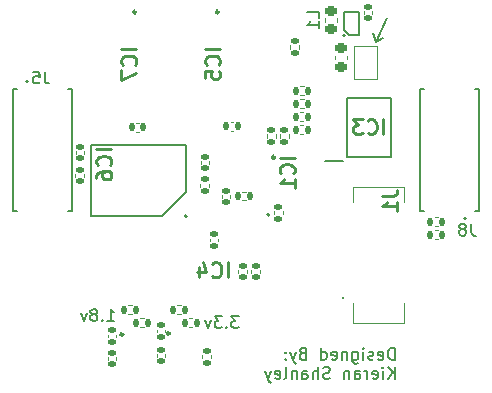
<source format=gbo>
%TF.GenerationSoftware,KiCad,Pcbnew,7.0.2*%
%TF.CreationDate,2023-07-30T21:57:21-04:00*%
%TF.ProjectId,OBC-Flight,4f42432d-466c-4696-9768-742e6b696361,rev?*%
%TF.SameCoordinates,Original*%
%TF.FileFunction,Legend,Bot*%
%TF.FilePolarity,Positive*%
%FSLAX46Y46*%
G04 Gerber Fmt 4.6, Leading zero omitted, Abs format (unit mm)*
G04 Created by KiCad (PCBNEW 7.0.2) date 2023-07-30 21:57:21*
%MOMM*%
%LPD*%
G01*
G04 APERTURE LIST*
G04 Aperture macros list*
%AMRoundRect*
0 Rectangle with rounded corners*
0 $1 Rounding radius*
0 $2 $3 $4 $5 $6 $7 $8 $9 X,Y pos of 4 corners*
0 Add a 4 corners polygon primitive as box body*
4,1,4,$2,$3,$4,$5,$6,$7,$8,$9,$2,$3,0*
0 Add four circle primitives for the rounded corners*
1,1,$1+$1,$2,$3*
1,1,$1+$1,$4,$5*
1,1,$1+$1,$6,$7*
1,1,$1+$1,$8,$9*
0 Add four rect primitives between the rounded corners*
20,1,$1+$1,$2,$3,$4,$5,0*
20,1,$1+$1,$4,$5,$6,$7,0*
20,1,$1+$1,$6,$7,$8,$9,0*
20,1,$1+$1,$8,$9,$2,$3,0*%
G04 Aperture macros list end*
%ADD10C,0.150000*%
%ADD11C,0.254000*%
%ADD12C,0.120000*%
%ADD13C,0.200000*%
%ADD14C,0.250000*%
%ADD15C,0.100000*%
%ADD16R,1.000000X1.000000*%
%ADD17O,1.000000X1.000000*%
%ADD18C,0.650000*%
%ADD19O,1.000000X2.100000*%
%ADD20O,1.000000X1.800000*%
%ADD21RoundRect,0.135000X-0.185000X0.135000X-0.185000X-0.135000X0.185000X-0.135000X0.185000X0.135000X0*%
%ADD22C,0.370000*%
%ADD23RoundRect,0.140000X-0.170000X0.140000X-0.170000X-0.140000X0.170000X-0.140000X0.170000X0.140000X0*%
%ADD24RoundRect,0.135000X-0.135000X-0.185000X0.135000X-0.185000X0.135000X0.185000X-0.135000X0.185000X0*%
%ADD25RoundRect,0.135000X0.135000X0.185000X-0.135000X0.185000X-0.135000X-0.185000X0.135000X-0.185000X0*%
%ADD26RoundRect,0.140000X0.170000X-0.140000X0.170000X0.140000X-0.170000X0.140000X-0.170000X-0.140000X0*%
%ADD27R,0.450000X0.950000*%
%ADD28R,4.350000X3.450000*%
%ADD29RoundRect,0.140000X-0.140000X-0.170000X0.140000X-0.170000X0.140000X0.170000X-0.140000X0.170000X0*%
%ADD30C,0.204000*%
%ADD31RoundRect,0.225000X-0.250000X0.225000X-0.250000X-0.225000X0.250000X-0.225000X0.250000X0.225000X0*%
%ADD32RoundRect,0.218750X0.256250X-0.218750X0.256250X0.218750X-0.256250X0.218750X-0.256250X-0.218750X0*%
%ADD33RoundRect,0.135000X0.185000X-0.135000X0.185000X0.135000X-0.185000X0.135000X-0.185000X-0.135000X0*%
%ADD34R,1.087400X1.087400*%
%ADD35C,1.087400*%
%ADD36R,0.930000X0.230000*%
%ADD37R,0.750000X0.200000*%
%ADD38R,0.200000X0.750000*%
%ADD39R,1.590000X1.750000*%
%ADD40R,0.600000X0.350000*%
%ADD41R,1.100000X1.700000*%
%ADD42RoundRect,0.140000X0.140000X0.170000X-0.140000X0.170000X-0.140000X-0.170000X0.140000X-0.170000X0*%
%ADD43R,0.350000X0.600000*%
%ADD44R,1.700000X1.100000*%
%ADD45R,1.500000X1.000000*%
%ADD46R,1.475000X0.450000*%
G04 APERTURE END LIST*
D10*
X59200000Y-27100000D02*
X59800000Y-26700000D01*
X60100000Y-25000000D02*
X59200000Y-27100000D01*
X58900000Y-26300000D02*
X59200000Y-27100000D01*
X47557142Y-50277619D02*
X46938095Y-50277619D01*
X46938095Y-50277619D02*
X47271428Y-50658571D01*
X47271428Y-50658571D02*
X47128571Y-50658571D01*
X47128571Y-50658571D02*
X47033333Y-50706190D01*
X47033333Y-50706190D02*
X46985714Y-50753809D01*
X46985714Y-50753809D02*
X46938095Y-50849047D01*
X46938095Y-50849047D02*
X46938095Y-51087142D01*
X46938095Y-51087142D02*
X46985714Y-51182380D01*
X46985714Y-51182380D02*
X47033333Y-51230000D01*
X47033333Y-51230000D02*
X47128571Y-51277619D01*
X47128571Y-51277619D02*
X47414285Y-51277619D01*
X47414285Y-51277619D02*
X47509523Y-51230000D01*
X47509523Y-51230000D02*
X47557142Y-51182380D01*
X46509523Y-51182380D02*
X46461904Y-51230000D01*
X46461904Y-51230000D02*
X46509523Y-51277619D01*
X46509523Y-51277619D02*
X46557142Y-51230000D01*
X46557142Y-51230000D02*
X46509523Y-51182380D01*
X46509523Y-51182380D02*
X46509523Y-51277619D01*
X46128571Y-50277619D02*
X45509524Y-50277619D01*
X45509524Y-50277619D02*
X45842857Y-50658571D01*
X45842857Y-50658571D02*
X45700000Y-50658571D01*
X45700000Y-50658571D02*
X45604762Y-50706190D01*
X45604762Y-50706190D02*
X45557143Y-50753809D01*
X45557143Y-50753809D02*
X45509524Y-50849047D01*
X45509524Y-50849047D02*
X45509524Y-51087142D01*
X45509524Y-51087142D02*
X45557143Y-51182380D01*
X45557143Y-51182380D02*
X45604762Y-51230000D01*
X45604762Y-51230000D02*
X45700000Y-51277619D01*
X45700000Y-51277619D02*
X45985714Y-51277619D01*
X45985714Y-51277619D02*
X46080952Y-51230000D01*
X46080952Y-51230000D02*
X46128571Y-51182380D01*
X45176190Y-50610952D02*
X44938095Y-51277619D01*
X44938095Y-51277619D02*
X44700000Y-50610952D01*
X36438095Y-50677619D02*
X37009523Y-50677619D01*
X36723809Y-50677619D02*
X36723809Y-49677619D01*
X36723809Y-49677619D02*
X36819047Y-49820476D01*
X36819047Y-49820476D02*
X36914285Y-49915714D01*
X36914285Y-49915714D02*
X37009523Y-49963333D01*
X36009523Y-50582380D02*
X35961904Y-50630000D01*
X35961904Y-50630000D02*
X36009523Y-50677619D01*
X36009523Y-50677619D02*
X36057142Y-50630000D01*
X36057142Y-50630000D02*
X36009523Y-50582380D01*
X36009523Y-50582380D02*
X36009523Y-50677619D01*
X35390476Y-50106190D02*
X35485714Y-50058571D01*
X35485714Y-50058571D02*
X35533333Y-50010952D01*
X35533333Y-50010952D02*
X35580952Y-49915714D01*
X35580952Y-49915714D02*
X35580952Y-49868095D01*
X35580952Y-49868095D02*
X35533333Y-49772857D01*
X35533333Y-49772857D02*
X35485714Y-49725238D01*
X35485714Y-49725238D02*
X35390476Y-49677619D01*
X35390476Y-49677619D02*
X35200000Y-49677619D01*
X35200000Y-49677619D02*
X35104762Y-49725238D01*
X35104762Y-49725238D02*
X35057143Y-49772857D01*
X35057143Y-49772857D02*
X35009524Y-49868095D01*
X35009524Y-49868095D02*
X35009524Y-49915714D01*
X35009524Y-49915714D02*
X35057143Y-50010952D01*
X35057143Y-50010952D02*
X35104762Y-50058571D01*
X35104762Y-50058571D02*
X35200000Y-50106190D01*
X35200000Y-50106190D02*
X35390476Y-50106190D01*
X35390476Y-50106190D02*
X35485714Y-50153809D01*
X35485714Y-50153809D02*
X35533333Y-50201428D01*
X35533333Y-50201428D02*
X35580952Y-50296666D01*
X35580952Y-50296666D02*
X35580952Y-50487142D01*
X35580952Y-50487142D02*
X35533333Y-50582380D01*
X35533333Y-50582380D02*
X35485714Y-50630000D01*
X35485714Y-50630000D02*
X35390476Y-50677619D01*
X35390476Y-50677619D02*
X35200000Y-50677619D01*
X35200000Y-50677619D02*
X35104762Y-50630000D01*
X35104762Y-50630000D02*
X35057143Y-50582380D01*
X35057143Y-50582380D02*
X35009524Y-50487142D01*
X35009524Y-50487142D02*
X35009524Y-50296666D01*
X35009524Y-50296666D02*
X35057143Y-50201428D01*
X35057143Y-50201428D02*
X35104762Y-50153809D01*
X35104762Y-50153809D02*
X35200000Y-50106190D01*
X34676190Y-50010952D02*
X34438095Y-50677619D01*
X34438095Y-50677619D02*
X34200000Y-50010952D01*
X60761904Y-53957619D02*
X60761904Y-52957619D01*
X60761904Y-52957619D02*
X60523809Y-52957619D01*
X60523809Y-52957619D02*
X60380952Y-53005238D01*
X60380952Y-53005238D02*
X60285714Y-53100476D01*
X60285714Y-53100476D02*
X60238095Y-53195714D01*
X60238095Y-53195714D02*
X60190476Y-53386190D01*
X60190476Y-53386190D02*
X60190476Y-53529047D01*
X60190476Y-53529047D02*
X60238095Y-53719523D01*
X60238095Y-53719523D02*
X60285714Y-53814761D01*
X60285714Y-53814761D02*
X60380952Y-53910000D01*
X60380952Y-53910000D02*
X60523809Y-53957619D01*
X60523809Y-53957619D02*
X60761904Y-53957619D01*
X59380952Y-53910000D02*
X59476190Y-53957619D01*
X59476190Y-53957619D02*
X59666666Y-53957619D01*
X59666666Y-53957619D02*
X59761904Y-53910000D01*
X59761904Y-53910000D02*
X59809523Y-53814761D01*
X59809523Y-53814761D02*
X59809523Y-53433809D01*
X59809523Y-53433809D02*
X59761904Y-53338571D01*
X59761904Y-53338571D02*
X59666666Y-53290952D01*
X59666666Y-53290952D02*
X59476190Y-53290952D01*
X59476190Y-53290952D02*
X59380952Y-53338571D01*
X59380952Y-53338571D02*
X59333333Y-53433809D01*
X59333333Y-53433809D02*
X59333333Y-53529047D01*
X59333333Y-53529047D02*
X59809523Y-53624285D01*
X58952380Y-53910000D02*
X58857142Y-53957619D01*
X58857142Y-53957619D02*
X58666666Y-53957619D01*
X58666666Y-53957619D02*
X58571428Y-53910000D01*
X58571428Y-53910000D02*
X58523809Y-53814761D01*
X58523809Y-53814761D02*
X58523809Y-53767142D01*
X58523809Y-53767142D02*
X58571428Y-53671904D01*
X58571428Y-53671904D02*
X58666666Y-53624285D01*
X58666666Y-53624285D02*
X58809523Y-53624285D01*
X58809523Y-53624285D02*
X58904761Y-53576666D01*
X58904761Y-53576666D02*
X58952380Y-53481428D01*
X58952380Y-53481428D02*
X58952380Y-53433809D01*
X58952380Y-53433809D02*
X58904761Y-53338571D01*
X58904761Y-53338571D02*
X58809523Y-53290952D01*
X58809523Y-53290952D02*
X58666666Y-53290952D01*
X58666666Y-53290952D02*
X58571428Y-53338571D01*
X58095237Y-53957619D02*
X58095237Y-53290952D01*
X58095237Y-52957619D02*
X58142856Y-53005238D01*
X58142856Y-53005238D02*
X58095237Y-53052857D01*
X58095237Y-53052857D02*
X58047618Y-53005238D01*
X58047618Y-53005238D02*
X58095237Y-52957619D01*
X58095237Y-52957619D02*
X58095237Y-53052857D01*
X57190476Y-53290952D02*
X57190476Y-54100476D01*
X57190476Y-54100476D02*
X57238095Y-54195714D01*
X57238095Y-54195714D02*
X57285714Y-54243333D01*
X57285714Y-54243333D02*
X57380952Y-54290952D01*
X57380952Y-54290952D02*
X57523809Y-54290952D01*
X57523809Y-54290952D02*
X57619047Y-54243333D01*
X57190476Y-53910000D02*
X57285714Y-53957619D01*
X57285714Y-53957619D02*
X57476190Y-53957619D01*
X57476190Y-53957619D02*
X57571428Y-53910000D01*
X57571428Y-53910000D02*
X57619047Y-53862380D01*
X57619047Y-53862380D02*
X57666666Y-53767142D01*
X57666666Y-53767142D02*
X57666666Y-53481428D01*
X57666666Y-53481428D02*
X57619047Y-53386190D01*
X57619047Y-53386190D02*
X57571428Y-53338571D01*
X57571428Y-53338571D02*
X57476190Y-53290952D01*
X57476190Y-53290952D02*
X57285714Y-53290952D01*
X57285714Y-53290952D02*
X57190476Y-53338571D01*
X56714285Y-53290952D02*
X56714285Y-53957619D01*
X56714285Y-53386190D02*
X56666666Y-53338571D01*
X56666666Y-53338571D02*
X56571428Y-53290952D01*
X56571428Y-53290952D02*
X56428571Y-53290952D01*
X56428571Y-53290952D02*
X56333333Y-53338571D01*
X56333333Y-53338571D02*
X56285714Y-53433809D01*
X56285714Y-53433809D02*
X56285714Y-53957619D01*
X55428571Y-53910000D02*
X55523809Y-53957619D01*
X55523809Y-53957619D02*
X55714285Y-53957619D01*
X55714285Y-53957619D02*
X55809523Y-53910000D01*
X55809523Y-53910000D02*
X55857142Y-53814761D01*
X55857142Y-53814761D02*
X55857142Y-53433809D01*
X55857142Y-53433809D02*
X55809523Y-53338571D01*
X55809523Y-53338571D02*
X55714285Y-53290952D01*
X55714285Y-53290952D02*
X55523809Y-53290952D01*
X55523809Y-53290952D02*
X55428571Y-53338571D01*
X55428571Y-53338571D02*
X55380952Y-53433809D01*
X55380952Y-53433809D02*
X55380952Y-53529047D01*
X55380952Y-53529047D02*
X55857142Y-53624285D01*
X54523809Y-53957619D02*
X54523809Y-52957619D01*
X54523809Y-53910000D02*
X54619047Y-53957619D01*
X54619047Y-53957619D02*
X54809523Y-53957619D01*
X54809523Y-53957619D02*
X54904761Y-53910000D01*
X54904761Y-53910000D02*
X54952380Y-53862380D01*
X54952380Y-53862380D02*
X54999999Y-53767142D01*
X54999999Y-53767142D02*
X54999999Y-53481428D01*
X54999999Y-53481428D02*
X54952380Y-53386190D01*
X54952380Y-53386190D02*
X54904761Y-53338571D01*
X54904761Y-53338571D02*
X54809523Y-53290952D01*
X54809523Y-53290952D02*
X54619047Y-53290952D01*
X54619047Y-53290952D02*
X54523809Y-53338571D01*
X52952380Y-53433809D02*
X52809523Y-53481428D01*
X52809523Y-53481428D02*
X52761904Y-53529047D01*
X52761904Y-53529047D02*
X52714285Y-53624285D01*
X52714285Y-53624285D02*
X52714285Y-53767142D01*
X52714285Y-53767142D02*
X52761904Y-53862380D01*
X52761904Y-53862380D02*
X52809523Y-53910000D01*
X52809523Y-53910000D02*
X52904761Y-53957619D01*
X52904761Y-53957619D02*
X53285713Y-53957619D01*
X53285713Y-53957619D02*
X53285713Y-52957619D01*
X53285713Y-52957619D02*
X52952380Y-52957619D01*
X52952380Y-52957619D02*
X52857142Y-53005238D01*
X52857142Y-53005238D02*
X52809523Y-53052857D01*
X52809523Y-53052857D02*
X52761904Y-53148095D01*
X52761904Y-53148095D02*
X52761904Y-53243333D01*
X52761904Y-53243333D02*
X52809523Y-53338571D01*
X52809523Y-53338571D02*
X52857142Y-53386190D01*
X52857142Y-53386190D02*
X52952380Y-53433809D01*
X52952380Y-53433809D02*
X53285713Y-53433809D01*
X52380951Y-53290952D02*
X52142856Y-53957619D01*
X51904761Y-53290952D02*
X52142856Y-53957619D01*
X52142856Y-53957619D02*
X52238094Y-54195714D01*
X52238094Y-54195714D02*
X52285713Y-54243333D01*
X52285713Y-54243333D02*
X52380951Y-54290952D01*
X51523808Y-53862380D02*
X51476189Y-53910000D01*
X51476189Y-53910000D02*
X51523808Y-53957619D01*
X51523808Y-53957619D02*
X51571427Y-53910000D01*
X51571427Y-53910000D02*
X51523808Y-53862380D01*
X51523808Y-53862380D02*
X51523808Y-53957619D01*
X51523808Y-53338571D02*
X51476189Y-53386190D01*
X51476189Y-53386190D02*
X51523808Y-53433809D01*
X51523808Y-53433809D02*
X51571427Y-53386190D01*
X51571427Y-53386190D02*
X51523808Y-53338571D01*
X51523808Y-53338571D02*
X51523808Y-53433809D01*
X60761904Y-55577619D02*
X60761904Y-54577619D01*
X60190476Y-55577619D02*
X60619047Y-55006190D01*
X60190476Y-54577619D02*
X60761904Y-55149047D01*
X59761904Y-55577619D02*
X59761904Y-54910952D01*
X59761904Y-54577619D02*
X59809523Y-54625238D01*
X59809523Y-54625238D02*
X59761904Y-54672857D01*
X59761904Y-54672857D02*
X59714285Y-54625238D01*
X59714285Y-54625238D02*
X59761904Y-54577619D01*
X59761904Y-54577619D02*
X59761904Y-54672857D01*
X58904762Y-55530000D02*
X59000000Y-55577619D01*
X59000000Y-55577619D02*
X59190476Y-55577619D01*
X59190476Y-55577619D02*
X59285714Y-55530000D01*
X59285714Y-55530000D02*
X59333333Y-55434761D01*
X59333333Y-55434761D02*
X59333333Y-55053809D01*
X59333333Y-55053809D02*
X59285714Y-54958571D01*
X59285714Y-54958571D02*
X59190476Y-54910952D01*
X59190476Y-54910952D02*
X59000000Y-54910952D01*
X59000000Y-54910952D02*
X58904762Y-54958571D01*
X58904762Y-54958571D02*
X58857143Y-55053809D01*
X58857143Y-55053809D02*
X58857143Y-55149047D01*
X58857143Y-55149047D02*
X59333333Y-55244285D01*
X58428571Y-55577619D02*
X58428571Y-54910952D01*
X58428571Y-55101428D02*
X58380952Y-55006190D01*
X58380952Y-55006190D02*
X58333333Y-54958571D01*
X58333333Y-54958571D02*
X58238095Y-54910952D01*
X58238095Y-54910952D02*
X58142857Y-54910952D01*
X57380952Y-55577619D02*
X57380952Y-55053809D01*
X57380952Y-55053809D02*
X57428571Y-54958571D01*
X57428571Y-54958571D02*
X57523809Y-54910952D01*
X57523809Y-54910952D02*
X57714285Y-54910952D01*
X57714285Y-54910952D02*
X57809523Y-54958571D01*
X57380952Y-55530000D02*
X57476190Y-55577619D01*
X57476190Y-55577619D02*
X57714285Y-55577619D01*
X57714285Y-55577619D02*
X57809523Y-55530000D01*
X57809523Y-55530000D02*
X57857142Y-55434761D01*
X57857142Y-55434761D02*
X57857142Y-55339523D01*
X57857142Y-55339523D02*
X57809523Y-55244285D01*
X57809523Y-55244285D02*
X57714285Y-55196666D01*
X57714285Y-55196666D02*
X57476190Y-55196666D01*
X57476190Y-55196666D02*
X57380952Y-55149047D01*
X56904761Y-54910952D02*
X56904761Y-55577619D01*
X56904761Y-55006190D02*
X56857142Y-54958571D01*
X56857142Y-54958571D02*
X56761904Y-54910952D01*
X56761904Y-54910952D02*
X56619047Y-54910952D01*
X56619047Y-54910952D02*
X56523809Y-54958571D01*
X56523809Y-54958571D02*
X56476190Y-55053809D01*
X56476190Y-55053809D02*
X56476190Y-55577619D01*
X55285713Y-55530000D02*
X55142856Y-55577619D01*
X55142856Y-55577619D02*
X54904761Y-55577619D01*
X54904761Y-55577619D02*
X54809523Y-55530000D01*
X54809523Y-55530000D02*
X54761904Y-55482380D01*
X54761904Y-55482380D02*
X54714285Y-55387142D01*
X54714285Y-55387142D02*
X54714285Y-55291904D01*
X54714285Y-55291904D02*
X54761904Y-55196666D01*
X54761904Y-55196666D02*
X54809523Y-55149047D01*
X54809523Y-55149047D02*
X54904761Y-55101428D01*
X54904761Y-55101428D02*
X55095237Y-55053809D01*
X55095237Y-55053809D02*
X55190475Y-55006190D01*
X55190475Y-55006190D02*
X55238094Y-54958571D01*
X55238094Y-54958571D02*
X55285713Y-54863333D01*
X55285713Y-54863333D02*
X55285713Y-54768095D01*
X55285713Y-54768095D02*
X55238094Y-54672857D01*
X55238094Y-54672857D02*
X55190475Y-54625238D01*
X55190475Y-54625238D02*
X55095237Y-54577619D01*
X55095237Y-54577619D02*
X54857142Y-54577619D01*
X54857142Y-54577619D02*
X54714285Y-54625238D01*
X54285713Y-55577619D02*
X54285713Y-54577619D01*
X53857142Y-55577619D02*
X53857142Y-55053809D01*
X53857142Y-55053809D02*
X53904761Y-54958571D01*
X53904761Y-54958571D02*
X53999999Y-54910952D01*
X53999999Y-54910952D02*
X54142856Y-54910952D01*
X54142856Y-54910952D02*
X54238094Y-54958571D01*
X54238094Y-54958571D02*
X54285713Y-55006190D01*
X52952380Y-55577619D02*
X52952380Y-55053809D01*
X52952380Y-55053809D02*
X52999999Y-54958571D01*
X52999999Y-54958571D02*
X53095237Y-54910952D01*
X53095237Y-54910952D02*
X53285713Y-54910952D01*
X53285713Y-54910952D02*
X53380951Y-54958571D01*
X52952380Y-55530000D02*
X53047618Y-55577619D01*
X53047618Y-55577619D02*
X53285713Y-55577619D01*
X53285713Y-55577619D02*
X53380951Y-55530000D01*
X53380951Y-55530000D02*
X53428570Y-55434761D01*
X53428570Y-55434761D02*
X53428570Y-55339523D01*
X53428570Y-55339523D02*
X53380951Y-55244285D01*
X53380951Y-55244285D02*
X53285713Y-55196666D01*
X53285713Y-55196666D02*
X53047618Y-55196666D01*
X53047618Y-55196666D02*
X52952380Y-55149047D01*
X52476189Y-54910952D02*
X52476189Y-55577619D01*
X52476189Y-55006190D02*
X52428570Y-54958571D01*
X52428570Y-54958571D02*
X52333332Y-54910952D01*
X52333332Y-54910952D02*
X52190475Y-54910952D01*
X52190475Y-54910952D02*
X52095237Y-54958571D01*
X52095237Y-54958571D02*
X52047618Y-55053809D01*
X52047618Y-55053809D02*
X52047618Y-55577619D01*
X51428570Y-55577619D02*
X51523808Y-55530000D01*
X51523808Y-55530000D02*
X51571427Y-55434761D01*
X51571427Y-55434761D02*
X51571427Y-54577619D01*
X50666665Y-55530000D02*
X50761903Y-55577619D01*
X50761903Y-55577619D02*
X50952379Y-55577619D01*
X50952379Y-55577619D02*
X51047617Y-55530000D01*
X51047617Y-55530000D02*
X51095236Y-55434761D01*
X51095236Y-55434761D02*
X51095236Y-55053809D01*
X51095236Y-55053809D02*
X51047617Y-54958571D01*
X51047617Y-54958571D02*
X50952379Y-54910952D01*
X50952379Y-54910952D02*
X50761903Y-54910952D01*
X50761903Y-54910952D02*
X50666665Y-54958571D01*
X50666665Y-54958571D02*
X50619046Y-55053809D01*
X50619046Y-55053809D02*
X50619046Y-55149047D01*
X50619046Y-55149047D02*
X51095236Y-55244285D01*
X50285712Y-54910952D02*
X50047617Y-55577619D01*
X49809522Y-54910952D02*
X50047617Y-55577619D01*
X50047617Y-55577619D02*
X50142855Y-55815714D01*
X50142855Y-55815714D02*
X50190474Y-55863333D01*
X50190474Y-55863333D02*
X50285712Y-55910952D01*
D11*
X36787526Y-36160237D02*
X35517526Y-36160237D01*
X36666573Y-37490714D02*
X36727050Y-37430238D01*
X36727050Y-37430238D02*
X36787526Y-37248809D01*
X36787526Y-37248809D02*
X36787526Y-37127857D01*
X36787526Y-37127857D02*
X36727050Y-36946428D01*
X36727050Y-36946428D02*
X36606097Y-36825476D01*
X36606097Y-36825476D02*
X36485145Y-36764999D01*
X36485145Y-36764999D02*
X36243240Y-36704523D01*
X36243240Y-36704523D02*
X36061811Y-36704523D01*
X36061811Y-36704523D02*
X35819907Y-36764999D01*
X35819907Y-36764999D02*
X35698954Y-36825476D01*
X35698954Y-36825476D02*
X35578002Y-36946428D01*
X35578002Y-36946428D02*
X35517526Y-37127857D01*
X35517526Y-37127857D02*
X35517526Y-37248809D01*
X35517526Y-37248809D02*
X35578002Y-37430238D01*
X35578002Y-37430238D02*
X35638478Y-37490714D01*
X35517526Y-38579285D02*
X35517526Y-38337380D01*
X35517526Y-38337380D02*
X35578002Y-38216428D01*
X35578002Y-38216428D02*
X35638478Y-38155952D01*
X35638478Y-38155952D02*
X35819907Y-38034999D01*
X35819907Y-38034999D02*
X36061811Y-37974523D01*
X36061811Y-37974523D02*
X36545621Y-37974523D01*
X36545621Y-37974523D02*
X36666573Y-38034999D01*
X36666573Y-38034999D02*
X36727050Y-38095476D01*
X36727050Y-38095476D02*
X36787526Y-38216428D01*
X36787526Y-38216428D02*
X36787526Y-38458333D01*
X36787526Y-38458333D02*
X36727050Y-38579285D01*
X36727050Y-38579285D02*
X36666573Y-38639761D01*
X36666573Y-38639761D02*
X36545621Y-38700238D01*
X36545621Y-38700238D02*
X36243240Y-38700238D01*
X36243240Y-38700238D02*
X36122288Y-38639761D01*
X36122288Y-38639761D02*
X36061811Y-38579285D01*
X36061811Y-38579285D02*
X36001335Y-38458333D01*
X36001335Y-38458333D02*
X36001335Y-38216428D01*
X36001335Y-38216428D02*
X36061811Y-38095476D01*
X36061811Y-38095476D02*
X36122288Y-38034999D01*
X36122288Y-38034999D02*
X36243240Y-37974523D01*
X45987526Y-27660237D02*
X44717526Y-27660237D01*
X45866573Y-28990714D02*
X45927050Y-28930238D01*
X45927050Y-28930238D02*
X45987526Y-28748809D01*
X45987526Y-28748809D02*
X45987526Y-28627857D01*
X45987526Y-28627857D02*
X45927050Y-28446428D01*
X45927050Y-28446428D02*
X45806097Y-28325476D01*
X45806097Y-28325476D02*
X45685145Y-28264999D01*
X45685145Y-28264999D02*
X45443240Y-28204523D01*
X45443240Y-28204523D02*
X45261811Y-28204523D01*
X45261811Y-28204523D02*
X45019907Y-28264999D01*
X45019907Y-28264999D02*
X44898954Y-28325476D01*
X44898954Y-28325476D02*
X44778002Y-28446428D01*
X44778002Y-28446428D02*
X44717526Y-28627857D01*
X44717526Y-28627857D02*
X44717526Y-28748809D01*
X44717526Y-28748809D02*
X44778002Y-28930238D01*
X44778002Y-28930238D02*
X44838478Y-28990714D01*
X44717526Y-30139761D02*
X44717526Y-29534999D01*
X44717526Y-29534999D02*
X45322288Y-29474523D01*
X45322288Y-29474523D02*
X45261811Y-29534999D01*
X45261811Y-29534999D02*
X45201335Y-29655952D01*
X45201335Y-29655952D02*
X45201335Y-29958333D01*
X45201335Y-29958333D02*
X45261811Y-30079285D01*
X45261811Y-30079285D02*
X45322288Y-30139761D01*
X45322288Y-30139761D02*
X45443240Y-30200238D01*
X45443240Y-30200238D02*
X45745621Y-30200238D01*
X45745621Y-30200238D02*
X45866573Y-30139761D01*
X45866573Y-30139761D02*
X45927050Y-30079285D01*
X45927050Y-30079285D02*
X45987526Y-29958333D01*
X45987526Y-29958333D02*
X45987526Y-29655952D01*
X45987526Y-29655952D02*
X45927050Y-29534999D01*
X45927050Y-29534999D02*
X45866573Y-29474523D01*
X38887526Y-27660237D02*
X37617526Y-27660237D01*
X38766573Y-28990714D02*
X38827050Y-28930238D01*
X38827050Y-28930238D02*
X38887526Y-28748809D01*
X38887526Y-28748809D02*
X38887526Y-28627857D01*
X38887526Y-28627857D02*
X38827050Y-28446428D01*
X38827050Y-28446428D02*
X38706097Y-28325476D01*
X38706097Y-28325476D02*
X38585145Y-28264999D01*
X38585145Y-28264999D02*
X38343240Y-28204523D01*
X38343240Y-28204523D02*
X38161811Y-28204523D01*
X38161811Y-28204523D02*
X37919907Y-28264999D01*
X37919907Y-28264999D02*
X37798954Y-28325476D01*
X37798954Y-28325476D02*
X37678002Y-28446428D01*
X37678002Y-28446428D02*
X37617526Y-28627857D01*
X37617526Y-28627857D02*
X37617526Y-28748809D01*
X37617526Y-28748809D02*
X37678002Y-28930238D01*
X37678002Y-28930238D02*
X37738478Y-28990714D01*
X37617526Y-29414047D02*
X37617526Y-30260714D01*
X37617526Y-30260714D02*
X38887526Y-29716428D01*
D10*
X54362619Y-25020833D02*
X54362619Y-24544643D01*
X54362619Y-24544643D02*
X53362619Y-24544643D01*
X54362619Y-25877976D02*
X54362619Y-25306548D01*
X54362619Y-25592262D02*
X53362619Y-25592262D01*
X53362619Y-25592262D02*
X53505476Y-25497024D01*
X53505476Y-25497024D02*
X53600714Y-25401786D01*
X53600714Y-25401786D02*
X53648333Y-25306548D01*
X31133333Y-29562619D02*
X31133333Y-30276904D01*
X31133333Y-30276904D02*
X31180952Y-30419761D01*
X31180952Y-30419761D02*
X31276190Y-30515000D01*
X31276190Y-30515000D02*
X31419047Y-30562619D01*
X31419047Y-30562619D02*
X31514285Y-30562619D01*
X30180952Y-29562619D02*
X30657142Y-29562619D01*
X30657142Y-29562619D02*
X30704761Y-30038809D01*
X30704761Y-30038809D02*
X30657142Y-29991190D01*
X30657142Y-29991190D02*
X30561904Y-29943571D01*
X30561904Y-29943571D02*
X30323809Y-29943571D01*
X30323809Y-29943571D02*
X30228571Y-29991190D01*
X30228571Y-29991190D02*
X30180952Y-30038809D01*
X30180952Y-30038809D02*
X30133333Y-30134047D01*
X30133333Y-30134047D02*
X30133333Y-30372142D01*
X30133333Y-30372142D02*
X30180952Y-30467380D01*
X30180952Y-30467380D02*
X30228571Y-30515000D01*
X30228571Y-30515000D02*
X30323809Y-30562619D01*
X30323809Y-30562619D02*
X30561904Y-30562619D01*
X30561904Y-30562619D02*
X30657142Y-30515000D01*
X30657142Y-30515000D02*
X30704761Y-30467380D01*
D11*
X59717526Y-40076667D02*
X60624669Y-40076667D01*
X60624669Y-40076667D02*
X60806097Y-40016190D01*
X60806097Y-40016190D02*
X60927050Y-39895238D01*
X60927050Y-39895238D02*
X60987526Y-39713809D01*
X60987526Y-39713809D02*
X60987526Y-39592857D01*
X60987526Y-41346667D02*
X60987526Y-40620952D01*
X60987526Y-40983809D02*
X59717526Y-40983809D01*
X59717526Y-40983809D02*
X59898954Y-40862857D01*
X59898954Y-40862857D02*
X60019907Y-40741905D01*
X60019907Y-40741905D02*
X60080383Y-40620952D01*
X46639762Y-46987526D02*
X46639762Y-45717526D01*
X45309285Y-46866573D02*
X45369761Y-46927050D01*
X45369761Y-46927050D02*
X45551190Y-46987526D01*
X45551190Y-46987526D02*
X45672142Y-46987526D01*
X45672142Y-46987526D02*
X45853571Y-46927050D01*
X45853571Y-46927050D02*
X45974523Y-46806097D01*
X45974523Y-46806097D02*
X46035000Y-46685145D01*
X46035000Y-46685145D02*
X46095476Y-46443240D01*
X46095476Y-46443240D02*
X46095476Y-46261811D01*
X46095476Y-46261811D02*
X46035000Y-46019907D01*
X46035000Y-46019907D02*
X45974523Y-45898954D01*
X45974523Y-45898954D02*
X45853571Y-45778002D01*
X45853571Y-45778002D02*
X45672142Y-45717526D01*
X45672142Y-45717526D02*
X45551190Y-45717526D01*
X45551190Y-45717526D02*
X45369761Y-45778002D01*
X45369761Y-45778002D02*
X45309285Y-45838478D01*
X44220714Y-46140859D02*
X44220714Y-46987526D01*
X44523095Y-45657050D02*
X44825476Y-46564192D01*
X44825476Y-46564192D02*
X44039285Y-46564192D01*
X52287526Y-36860237D02*
X51017526Y-36860237D01*
X52166573Y-38190714D02*
X52227050Y-38130238D01*
X52227050Y-38130238D02*
X52287526Y-37948809D01*
X52287526Y-37948809D02*
X52287526Y-37827857D01*
X52287526Y-37827857D02*
X52227050Y-37646428D01*
X52227050Y-37646428D02*
X52106097Y-37525476D01*
X52106097Y-37525476D02*
X51985145Y-37464999D01*
X51985145Y-37464999D02*
X51743240Y-37404523D01*
X51743240Y-37404523D02*
X51561811Y-37404523D01*
X51561811Y-37404523D02*
X51319907Y-37464999D01*
X51319907Y-37464999D02*
X51198954Y-37525476D01*
X51198954Y-37525476D02*
X51078002Y-37646428D01*
X51078002Y-37646428D02*
X51017526Y-37827857D01*
X51017526Y-37827857D02*
X51017526Y-37948809D01*
X51017526Y-37948809D02*
X51078002Y-38130238D01*
X51078002Y-38130238D02*
X51138478Y-38190714D01*
X52287526Y-39400238D02*
X52287526Y-38674523D01*
X52287526Y-39037380D02*
X51017526Y-39037380D01*
X51017526Y-39037380D02*
X51198954Y-38916428D01*
X51198954Y-38916428D02*
X51319907Y-38795476D01*
X51319907Y-38795476D02*
X51380383Y-38674523D01*
D10*
X67233333Y-42462619D02*
X67233333Y-43176904D01*
X67233333Y-43176904D02*
X67280952Y-43319761D01*
X67280952Y-43319761D02*
X67376190Y-43415000D01*
X67376190Y-43415000D02*
X67519047Y-43462619D01*
X67519047Y-43462619D02*
X67614285Y-43462619D01*
X66614285Y-42891190D02*
X66709523Y-42843571D01*
X66709523Y-42843571D02*
X66757142Y-42795952D01*
X66757142Y-42795952D02*
X66804761Y-42700714D01*
X66804761Y-42700714D02*
X66804761Y-42653095D01*
X66804761Y-42653095D02*
X66757142Y-42557857D01*
X66757142Y-42557857D02*
X66709523Y-42510238D01*
X66709523Y-42510238D02*
X66614285Y-42462619D01*
X66614285Y-42462619D02*
X66423809Y-42462619D01*
X66423809Y-42462619D02*
X66328571Y-42510238D01*
X66328571Y-42510238D02*
X66280952Y-42557857D01*
X66280952Y-42557857D02*
X66233333Y-42653095D01*
X66233333Y-42653095D02*
X66233333Y-42700714D01*
X66233333Y-42700714D02*
X66280952Y-42795952D01*
X66280952Y-42795952D02*
X66328571Y-42843571D01*
X66328571Y-42843571D02*
X66423809Y-42891190D01*
X66423809Y-42891190D02*
X66614285Y-42891190D01*
X66614285Y-42891190D02*
X66709523Y-42938809D01*
X66709523Y-42938809D02*
X66757142Y-42986428D01*
X66757142Y-42986428D02*
X66804761Y-43081666D01*
X66804761Y-43081666D02*
X66804761Y-43272142D01*
X66804761Y-43272142D02*
X66757142Y-43367380D01*
X66757142Y-43367380D02*
X66709523Y-43415000D01*
X66709523Y-43415000D02*
X66614285Y-43462619D01*
X66614285Y-43462619D02*
X66423809Y-43462619D01*
X66423809Y-43462619D02*
X66328571Y-43415000D01*
X66328571Y-43415000D02*
X66280952Y-43367380D01*
X66280952Y-43367380D02*
X66233333Y-43272142D01*
X66233333Y-43272142D02*
X66233333Y-43081666D01*
X66233333Y-43081666D02*
X66280952Y-42986428D01*
X66280952Y-42986428D02*
X66328571Y-42938809D01*
X66328571Y-42938809D02*
X66423809Y-42891190D01*
D11*
X59801762Y-34862526D02*
X59801762Y-33592526D01*
X58471285Y-34741573D02*
X58531761Y-34802050D01*
X58531761Y-34802050D02*
X58713190Y-34862526D01*
X58713190Y-34862526D02*
X58834142Y-34862526D01*
X58834142Y-34862526D02*
X59015571Y-34802050D01*
X59015571Y-34802050D02*
X59136523Y-34681097D01*
X59136523Y-34681097D02*
X59197000Y-34560145D01*
X59197000Y-34560145D02*
X59257476Y-34318240D01*
X59257476Y-34318240D02*
X59257476Y-34136811D01*
X59257476Y-34136811D02*
X59197000Y-33894907D01*
X59197000Y-33894907D02*
X59136523Y-33773954D01*
X59136523Y-33773954D02*
X59015571Y-33653002D01*
X59015571Y-33653002D02*
X58834142Y-33592526D01*
X58834142Y-33592526D02*
X58713190Y-33592526D01*
X58713190Y-33592526D02*
X58531761Y-33653002D01*
X58531761Y-33653002D02*
X58471285Y-33713478D01*
X58047952Y-33592526D02*
X57261761Y-33592526D01*
X57261761Y-33592526D02*
X57685095Y-34076335D01*
X57685095Y-34076335D02*
X57503666Y-34076335D01*
X57503666Y-34076335D02*
X57382714Y-34136811D01*
X57382714Y-34136811D02*
X57322238Y-34197288D01*
X57322238Y-34197288D02*
X57261761Y-34318240D01*
X57261761Y-34318240D02*
X57261761Y-34620621D01*
X57261761Y-34620621D02*
X57322238Y-34741573D01*
X57322238Y-34741573D02*
X57382714Y-34802050D01*
X57382714Y-34802050D02*
X57503666Y-34862526D01*
X57503666Y-34862526D02*
X57866523Y-34862526D01*
X57866523Y-34862526D02*
X57987476Y-34802050D01*
X57987476Y-34802050D02*
X58047952Y-34741573D01*
D12*
X45080000Y-39046359D02*
X45080000Y-39353641D01*
X44320000Y-39046359D02*
X44320000Y-39353641D01*
D13*
X35080000Y-41800000D02*
X41080000Y-41800000D01*
X41080000Y-41800000D02*
X43080000Y-39800000D01*
X43080000Y-39800000D02*
X43080000Y-35800000D01*
X35080000Y-35800000D02*
X35080000Y-41800000D01*
X43080000Y-35800000D02*
X35080000Y-35800000D01*
X43180000Y-41800000D02*
G75*
G03*
X43180000Y-41800000I-100000J0D01*
G01*
D12*
X45840000Y-43712164D02*
X45840000Y-43927836D01*
X45120000Y-43712164D02*
X45120000Y-43927836D01*
X52746359Y-30820000D02*
X53053641Y-30820000D01*
X52746359Y-31580000D02*
X53053641Y-31580000D01*
X45230000Y-53546359D02*
X45230000Y-53853641D01*
X44470000Y-53546359D02*
X44470000Y-53853641D01*
X64453641Y-42680000D02*
X64146359Y-42680000D01*
X64453641Y-41920000D02*
X64146359Y-41920000D01*
X52746359Y-31920000D02*
X53053641Y-31920000D01*
X52746359Y-32680000D02*
X53053641Y-32680000D01*
X36470000Y-52047836D02*
X36470000Y-51832164D01*
X37190000Y-52047836D02*
X37190000Y-51832164D01*
D14*
X45875000Y-24525000D02*
G75*
G03*
X45875000Y-24525000I-125000J0D01*
G01*
D12*
X42326359Y-49340000D02*
X42633641Y-49340000D01*
X42326359Y-50100000D02*
X42633641Y-50100000D01*
D14*
X38870000Y-24525000D02*
G75*
G03*
X38870000Y-24525000I-125000J0D01*
G01*
D12*
X52736359Y-34120000D02*
X53043641Y-34120000D01*
X52736359Y-34880000D02*
X53043641Y-34880000D01*
X47856359Y-39720000D02*
X48163641Y-39720000D01*
X47856359Y-40480000D02*
X48163641Y-40480000D01*
X46872164Y-33840000D02*
X47087836Y-33840000D01*
X46872164Y-34560000D02*
X47087836Y-34560000D01*
D13*
X56478000Y-24548000D02*
X56478000Y-26050000D01*
X56478000Y-26050000D02*
X56930000Y-26502000D01*
X56930000Y-26502000D02*
X57732000Y-26502000D01*
X57732000Y-24548000D02*
X56478000Y-24548000D01*
X57732000Y-26502000D02*
X57732000Y-24548000D01*
X56578000Y-26502000D02*
G75*
G03*
X56578000Y-26502000I-100000J0D01*
G01*
D12*
X56690000Y-28234420D02*
X56690000Y-28515580D01*
X55670000Y-28234420D02*
X55670000Y-28515580D01*
X48620000Y-46587836D02*
X48620000Y-46372164D01*
X49340000Y-46587836D02*
X49340000Y-46372164D01*
X54890000Y-25350279D02*
X54890000Y-25024721D01*
X55910000Y-25350279D02*
X55910000Y-25024721D01*
X51920000Y-27653641D02*
X51920000Y-27346359D01*
X52680000Y-27653641D02*
X52680000Y-27346359D01*
X43326359Y-50440000D02*
X43633641Y-50440000D01*
X43326359Y-51200000D02*
X43633641Y-51200000D01*
D13*
X28440000Y-41395000D02*
X28760000Y-41395000D01*
X28440000Y-41395000D02*
X28440000Y-31005000D01*
X33420000Y-41395000D02*
X33100000Y-41395000D01*
X33420000Y-41395000D02*
X33420000Y-31005000D01*
X28440000Y-31005000D02*
X28760000Y-31005000D01*
X33420000Y-31005000D02*
X33100000Y-31005000D01*
X29760000Y-30405000D02*
G75*
G03*
X29760000Y-30405000I-100000J0D01*
G01*
D12*
X48240000Y-46372164D02*
X48240000Y-46587836D01*
X47520000Y-46372164D02*
X47520000Y-46587836D01*
D15*
X61590000Y-39340000D02*
X57240000Y-39340000D01*
X57240000Y-39340000D02*
X57240000Y-40600000D01*
X61590000Y-40600000D02*
X61590000Y-39340000D01*
X56415000Y-48700000D02*
X56415000Y-48700000D01*
X56315000Y-48700000D02*
X56315000Y-48700000D01*
X57240000Y-49200000D02*
X57240000Y-50880000D01*
X61590000Y-50880000D02*
X61590000Y-49200000D01*
X57240000Y-50880000D02*
X61590000Y-50880000D01*
X56315000Y-48700000D02*
G75*
G03*
X56415000Y-48700000I50000J0D01*
G01*
X56415000Y-48700000D02*
G75*
G03*
X56315000Y-48700000I-50000J0D01*
G01*
D12*
X38216359Y-49340000D02*
X38523641Y-49340000D01*
X38216359Y-50100000D02*
X38523641Y-50100000D01*
D13*
X50155000Y-41700000D02*
G75*
G03*
X50155000Y-41700000I-100000J0D01*
G01*
D12*
X44340000Y-37357836D02*
X44340000Y-37142164D01*
X45060000Y-37357836D02*
X45060000Y-37142164D01*
X46860000Y-40012164D02*
X46860000Y-40227836D01*
X46140000Y-40012164D02*
X46140000Y-40227836D01*
X58860000Y-24472164D02*
X58860000Y-24687836D01*
X58140000Y-24472164D02*
X58140000Y-24687836D01*
X39226359Y-50440000D02*
X39533641Y-50440000D01*
X39226359Y-51200000D02*
X39533641Y-51200000D01*
D14*
X50625000Y-36825000D02*
G75*
G03*
X50625000Y-36825000I-125000J0D01*
G01*
D12*
X34440000Y-38272164D02*
X34440000Y-38487836D01*
X33720000Y-38272164D02*
X33720000Y-38487836D01*
X39107836Y-34660000D02*
X38892164Y-34660000D01*
X39107836Y-33940000D02*
X38892164Y-33940000D01*
D14*
X37780000Y-51820000D02*
G75*
G03*
X37780000Y-51820000I-125000J0D01*
G01*
D12*
X50680000Y-34846359D02*
X50680000Y-35153641D01*
X49920000Y-34846359D02*
X49920000Y-35153641D01*
X41340000Y-53512164D02*
X41340000Y-53727836D01*
X40620000Y-53512164D02*
X40620000Y-53727836D01*
X64453641Y-43780000D02*
X64146359Y-43780000D01*
X64453641Y-43020000D02*
X64146359Y-43020000D01*
X41340000Y-51412164D02*
X41340000Y-51627836D01*
X40620000Y-51412164D02*
X40620000Y-51627836D01*
X52736359Y-33020000D02*
X53043641Y-33020000D01*
X52736359Y-33780000D02*
X53043641Y-33780000D01*
X50520000Y-41653641D02*
X50520000Y-41346359D01*
X51280000Y-41653641D02*
X51280000Y-41346359D01*
X37190000Y-53732164D02*
X37190000Y-53947836D01*
X36470000Y-53732164D02*
X36470000Y-53947836D01*
D14*
X41730000Y-51720000D02*
G75*
G03*
X41730000Y-51720000I-125000J0D01*
G01*
D12*
X33740000Y-36527836D02*
X33740000Y-36312164D01*
X34460000Y-36527836D02*
X34460000Y-36312164D01*
X51780000Y-34846359D02*
X51780000Y-35153641D01*
X51020000Y-34846359D02*
X51020000Y-35153641D01*
D13*
X67920000Y-31010000D02*
X67600000Y-31010000D01*
X67920000Y-31010000D02*
X67920000Y-41400000D01*
X62940000Y-31010000D02*
X63260000Y-31010000D01*
X62940000Y-31010000D02*
X62940000Y-41400000D01*
X67920000Y-41400000D02*
X67600000Y-41400000D01*
X62940000Y-41400000D02*
X63260000Y-41400000D01*
X66800000Y-42000000D02*
G75*
G03*
X66800000Y-42000000I-100000J0D01*
G01*
D12*
X59280000Y-27400000D02*
X57280000Y-27400000D01*
X57280000Y-27400000D02*
X57280000Y-30200000D01*
X59280000Y-30200000D02*
X59280000Y-27400000D01*
X57280000Y-30200000D02*
X59280000Y-30200000D01*
D13*
X54887000Y-37125000D02*
X56362000Y-37125000D01*
X56712000Y-31775000D02*
X56712000Y-36775000D01*
X56712000Y-36775000D02*
X60412000Y-36775000D01*
X60412000Y-31775000D02*
X56712000Y-31775000D01*
X60412000Y-36775000D02*
X60412000Y-31775000D01*
%LPC*%
D16*
X50060000Y-61400000D03*
D17*
X50060000Y-60130000D03*
X51330000Y-61400000D03*
X51330000Y-60130000D03*
X52600000Y-61400000D03*
X52600000Y-60130000D03*
X53870000Y-61400000D03*
X53870000Y-60130000D03*
X55140000Y-61400000D03*
X55140000Y-60130000D03*
X56410000Y-61400000D03*
X56410000Y-60130000D03*
X57680000Y-61400000D03*
X57680000Y-60130000D03*
D16*
X31050000Y-55200000D03*
D17*
X29780000Y-55200000D03*
X31050000Y-53930000D03*
X29780000Y-53930000D03*
X31050000Y-52660000D03*
X29780000Y-52660000D03*
X31050000Y-51390000D03*
X29780000Y-51390000D03*
X31050000Y-50120000D03*
X29780000Y-50120000D03*
X31050000Y-48850000D03*
X29780000Y-48850000D03*
X31050000Y-47580000D03*
X29780000Y-47580000D03*
X31050000Y-46310000D03*
X29780000Y-46310000D03*
D18*
X39990000Y-57285000D03*
X45770000Y-57285000D03*
D19*
X38560000Y-56785000D03*
D20*
X38560000Y-60965000D03*
D19*
X47200000Y-56785000D03*
D20*
X47200000Y-60965000D03*
D16*
X65310000Y-48850000D03*
D17*
X66580000Y-48850000D03*
X65310000Y-50120000D03*
X66580000Y-50120000D03*
X65310000Y-51390000D03*
X66580000Y-51390000D03*
X65310000Y-52660000D03*
X66580000Y-52660000D03*
X65310000Y-53930000D03*
X66580000Y-53930000D03*
X65310000Y-55200000D03*
X66580000Y-55200000D03*
D21*
X44700000Y-38690000D03*
X44700000Y-39710000D03*
D22*
X41080000Y-39800000D03*
X41080000Y-38800000D03*
X41080000Y-37800000D03*
X41080000Y-36800000D03*
X40080000Y-40800000D03*
X40080000Y-39800000D03*
X40080000Y-38800000D03*
X40080000Y-37800000D03*
X40080000Y-36800000D03*
X39080000Y-40800000D03*
X39080000Y-39800000D03*
X39080000Y-38800000D03*
X39080000Y-37800000D03*
X39080000Y-36800000D03*
X38080000Y-40800000D03*
X38080000Y-39800000D03*
X38080000Y-38800000D03*
X38080000Y-37800000D03*
X38080000Y-36800000D03*
X37080000Y-40800000D03*
X37080000Y-39800000D03*
X37080000Y-38800000D03*
X37080000Y-37800000D03*
X37080000Y-36800000D03*
D23*
X45480000Y-43340000D03*
X45480000Y-44300000D03*
D24*
X52390000Y-31200000D03*
X53410000Y-31200000D03*
D21*
X44850000Y-53190000D03*
X44850000Y-54210000D03*
D25*
X64810000Y-42300000D03*
X63790000Y-42300000D03*
D24*
X52390000Y-32300000D03*
X53410000Y-32300000D03*
D26*
X36830000Y-52420000D03*
X36830000Y-51460000D03*
D27*
X46475000Y-25000000D03*
X47745000Y-25000000D03*
X49015000Y-25000000D03*
X50285000Y-25000000D03*
X50285000Y-32800000D03*
X49015000Y-32800000D03*
X47745000Y-32800000D03*
X46475000Y-32800000D03*
D28*
X48380000Y-28900000D03*
D24*
X41970000Y-49720000D03*
X42990000Y-49720000D03*
D27*
X39470000Y-25000000D03*
X40740000Y-25000000D03*
X42010000Y-25000000D03*
X43280000Y-25000000D03*
X43280000Y-32800000D03*
X42010000Y-32800000D03*
X40740000Y-32800000D03*
X39470000Y-32800000D03*
D28*
X41375000Y-28900000D03*
D24*
X52380000Y-34500000D03*
X53400000Y-34500000D03*
X47500000Y-40100000D03*
X48520000Y-40100000D03*
D29*
X46500000Y-34200000D03*
X47460000Y-34200000D03*
D30*
X56930000Y-26050000D03*
X57280000Y-26050000D03*
X56930000Y-25700000D03*
X57280000Y-25700000D03*
X56930000Y-25350000D03*
X57280000Y-25350000D03*
X56930000Y-25000000D03*
X57280000Y-25000000D03*
D31*
X56180000Y-27600000D03*
X56180000Y-29150000D03*
D26*
X48980000Y-46960000D03*
X48980000Y-46000000D03*
D32*
X55400000Y-25975000D03*
X55400000Y-24400000D03*
D33*
X52300000Y-28010000D03*
X52300000Y-26990000D03*
D24*
X42970000Y-50820000D03*
X43990000Y-50820000D03*
D34*
X29660000Y-31755000D03*
D35*
X32200000Y-31755000D03*
X29660000Y-33025000D03*
X32200000Y-33025000D03*
X29660000Y-34295000D03*
X32200000Y-34295000D03*
X29660000Y-35565000D03*
X32200000Y-35565000D03*
X29660000Y-36835000D03*
X32200000Y-36835000D03*
X29660000Y-38105000D03*
X32200000Y-38105000D03*
X29660000Y-39375000D03*
X32200000Y-39375000D03*
X29660000Y-40645000D03*
X32200000Y-40645000D03*
D23*
X47880000Y-46000000D03*
X47880000Y-46960000D03*
D36*
X57080000Y-48700000D03*
X61750000Y-48700000D03*
X57080000Y-48300000D03*
X61750000Y-48300000D03*
X57080000Y-47900000D03*
X61750000Y-47900000D03*
X57080000Y-47500000D03*
X61750000Y-47500000D03*
X57080000Y-47100000D03*
X61750000Y-47100000D03*
X57080000Y-46700000D03*
X61750000Y-46700000D03*
X57080000Y-46300000D03*
X61750000Y-46300000D03*
X57080000Y-45900000D03*
X61750000Y-45900000D03*
X57080000Y-45500000D03*
X61750000Y-45500000D03*
X57080000Y-45100000D03*
X61750000Y-45100000D03*
X57080000Y-44700000D03*
X61750000Y-44700000D03*
X57080000Y-44300000D03*
X61750000Y-44300000D03*
X57080000Y-43900000D03*
X61750000Y-43900000D03*
X57080000Y-43500000D03*
X61750000Y-43500000D03*
X57080000Y-43100000D03*
X61750000Y-43100000D03*
X57080000Y-42700000D03*
X61750000Y-42700000D03*
X57080000Y-42300000D03*
X61750000Y-42300000D03*
X57080000Y-41900000D03*
X61750000Y-41900000D03*
X57080000Y-41500000D03*
X61750000Y-41500000D03*
X57080000Y-41100000D03*
X61750000Y-41100000D03*
D24*
X37860000Y-49720000D03*
X38880000Y-49720000D03*
D37*
X49680000Y-42300000D03*
X49680000Y-42700000D03*
X49680000Y-43100000D03*
X49680000Y-43500000D03*
X49680000Y-43900000D03*
X49680000Y-44300000D03*
D38*
X49180000Y-44800000D03*
X48780000Y-44800000D03*
X48380000Y-44800000D03*
X47980000Y-44800000D03*
X47580000Y-44800000D03*
X47180000Y-44800000D03*
D37*
X46680000Y-44300000D03*
X46680000Y-43900000D03*
X46680000Y-43500000D03*
X46680000Y-43100000D03*
X46680000Y-42700000D03*
X46680000Y-42300000D03*
D38*
X47180000Y-41800000D03*
X47580000Y-41800000D03*
X47980000Y-41800000D03*
X48380000Y-41800000D03*
X48780000Y-41800000D03*
X49180000Y-41800000D03*
D39*
X48180000Y-43300000D03*
D26*
X44700000Y-37730000D03*
X44700000Y-36770000D03*
D23*
X46500000Y-39640000D03*
X46500000Y-40600000D03*
X58500000Y-24100000D03*
X58500000Y-25060000D03*
D24*
X38870000Y-50820000D03*
X39890000Y-50820000D03*
D40*
X50200000Y-37500000D03*
X50200000Y-38150000D03*
X50200000Y-38800000D03*
X48100000Y-38800000D03*
X48100000Y-38150000D03*
X48100000Y-37500000D03*
D41*
X49150000Y-38150000D03*
D23*
X34080000Y-37900000D03*
X34080000Y-38860000D03*
D42*
X39480000Y-34300000D03*
X38520000Y-34300000D03*
D43*
X38330000Y-52120000D03*
X38980000Y-52120000D03*
X39630000Y-52120000D03*
X39630000Y-54220000D03*
X38980000Y-54220000D03*
X38330000Y-54220000D03*
D44*
X38980000Y-53170000D03*
D21*
X50300000Y-34490000D03*
X50300000Y-35510000D03*
D23*
X40980000Y-53140000D03*
X40980000Y-54100000D03*
D25*
X64810000Y-43400000D03*
X63790000Y-43400000D03*
D23*
X40980000Y-51040000D03*
X40980000Y-52000000D03*
D24*
X52380000Y-33400000D03*
X53400000Y-33400000D03*
D33*
X50900000Y-42010000D03*
X50900000Y-40990000D03*
D23*
X36830000Y-53360000D03*
X36830000Y-54320000D03*
D43*
X42280000Y-52020000D03*
X42930000Y-52020000D03*
X43580000Y-52020000D03*
X43580000Y-54120000D03*
X42930000Y-54120000D03*
X42280000Y-54120000D03*
D44*
X42930000Y-53070000D03*
D26*
X34100000Y-36900000D03*
X34100000Y-35940000D03*
D21*
X51400000Y-34490000D03*
X51400000Y-35510000D03*
D34*
X66700000Y-40650000D03*
D35*
X64160000Y-40650000D03*
X66700000Y-39380000D03*
X64160000Y-39380000D03*
X66700000Y-38110000D03*
X64160000Y-38110000D03*
X66700000Y-36840000D03*
X64160000Y-36840000D03*
X66700000Y-35570000D03*
X64160000Y-35570000D03*
X66700000Y-34300000D03*
X64160000Y-34300000D03*
X66700000Y-33030000D03*
X64160000Y-33030000D03*
X66700000Y-31760000D03*
X64160000Y-31760000D03*
D45*
X58280000Y-28150000D03*
X58280000Y-29450000D03*
D46*
X55624000Y-36550000D03*
X55624000Y-35900000D03*
X55624000Y-35250000D03*
X55624000Y-34600000D03*
X55624000Y-33950000D03*
X55624000Y-33300000D03*
X55624000Y-32650000D03*
X55624000Y-32000000D03*
X61500000Y-32000000D03*
X61500000Y-32650000D03*
X61500000Y-33300000D03*
X61500000Y-33950000D03*
X61500000Y-34600000D03*
X61500000Y-35250000D03*
X61500000Y-35900000D03*
X61500000Y-36550000D03*
%LPD*%
M02*

</source>
